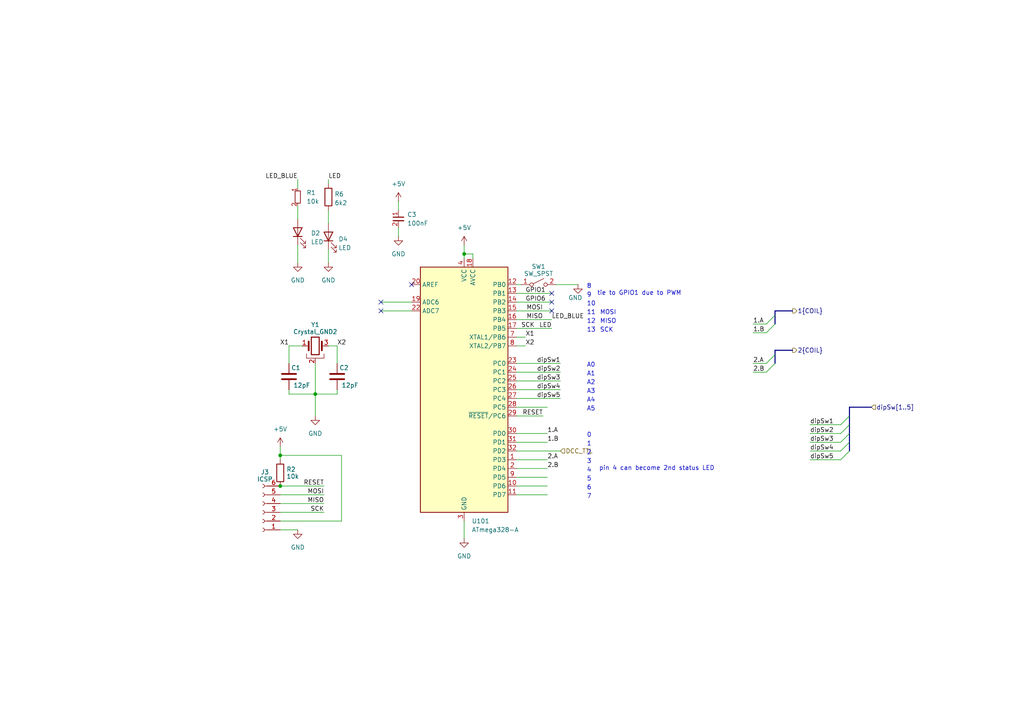
<source format=kicad_sch>
(kicad_sch (version 20231120) (generator "eeschema") (generator_version "8.0")
  (paper "A4")
  (lib_symbols
    (symbol "Connector:Conn_01x06_Socket" (pin_names (offset 1.016) hide)
      (property "Reference" "J" (at 0 7.62 0))
      (property "Value" "Conn_01x06_Socket" (at 0 -10.16 0))
      (symbol "Conn_01x06_Socket_1_1"
        (arc (start 0 -7.112) (mid -0.5058 -7.62) (end 0 -8.128) (stroke (width 0.1524)))
        (arc (start 0 -4.572) (mid -0.5058 -5.08) (end 0 -5.588) (stroke (width 0.1524)))
        (arc (start 0 -2.032) (mid -0.5058 -2.54) (end 0 -3.048) (stroke (width 0.1524)))
        (polyline (pts (xy -1.27 -7.62) (xy -0.508 -7.62)) (stroke (width 0.1524)))
        (polyline (pts (xy -1.27 -5.08) (xy -0.508 -5.08)) (stroke (width 0.1524)))
        (polyline (pts (xy -1.27 -2.54) (xy -0.508 -2.54)) (stroke (width 0.1524)))
        (polyline (pts (xy -1.27 0) (xy -0.508 0)) (stroke (width 0.1524)))
        (polyline (pts (xy -1.27 2.54) (xy -0.508 2.54)) (stroke (width 0.1524)))
        (polyline (pts (xy -1.27 5.08) (xy -0.508 5.08)) (stroke (width 0.1524)))
        (arc (start 0 0.508) (mid -0.5058 0) (end 0 -0.508) (stroke (width 0.1524)))
        (arc (start 0 3.048) (mid -0.5058 2.54) (end 0 2.032) (stroke (width 0.1524)))
        (arc (start 0 5.588) (mid -0.5058 5.08) (end 0 4.572) (stroke (width 0.1524)))
        (pin passive line (at -5.08 5.08 0) (length 3.81) (name "Pin_1") (number "1"))
        (pin passive line (at -5.08 2.54 0) (length 3.81) (name "Pin_2") (number "2"))
        (pin passive line (at -5.08 0 0) (length 3.81) (name "Pin_3") (number "3"))
        (pin passive line (at -5.08 -2.54 0) (length 3.81) (name "Pin_4") (number "4"))
        (pin passive line (at -5.08 -5.08 0) (length 3.81) (name "Pin_5") (number "5"))
        (pin passive line (at -5.08 -7.62 0) (length 3.81) (name "Pin_6") (number "6"))
      )
    )
    (symbol "Device:C" (pin_numbers hide) (pin_names (offset 0.254))
      (property "Reference" "C" (at 0.635 2.54 0))
      (property "Value" "C" (at 0.635 -2.54 0))
      (symbol "C_0_1"
        (polyline (pts (xy -2.032 -0.762) (xy 2.032 -0.762)) (stroke (width 0.508)))
        (polyline (pts (xy -2.032 0.762) (xy 2.032 0.762)) (stroke (width 0.508)))
      )
      (symbol "C_1_1"
        (pin passive line (at 0 3.81 270) (length 2.794) (name "~") (number "1"))
        (pin passive line (at 0 -3.81 90) (length 2.794) (name "~") (number "2"))
      )
    )
    (symbol "Device:LED" (pin_numbers hide) (pin_names (offset 1.016) hide)
      (property "Reference" "D" (at 0 2.54 0))
      (property "Value" "LED" (at 0 -2.54 0))
      (symbol "LED_0_1"
        (polyline (pts (xy -1.27 -1.27) (xy -1.27 1.27)) (stroke (width 0.254)))
        (polyline (pts (xy -1.27 0) (xy 1.27 0)))
        (polyline (pts (xy 1.27 -1.27) (xy 1.27 1.27) (xy -1.27 0) (xy 1.27 -1.27)) (stroke (width 0.254)))
        (polyline (pts (xy -3.048 -0.762) (xy -4.572 -2.286) (xy -3.81 -2.286) (xy -4.572 -2.286) (xy -4.572 -1.524)))
        (polyline (pts (xy -1.778 -0.762) (xy -3.302 -2.286) (xy -2.54 -2.286) (xy -3.302 -2.286) (xy -3.302 -1.524)))
      )
      (symbol "LED_1_1"
        (pin passive line (at -3.81 0 0) (length 2.54) (name "K") (number "1"))
        (pin passive line (at 3.81 0 180) (length 2.54) (name "A") (number "2"))
      )
    )
    (symbol "Device:R" (pin_numbers hide) (pin_names (offset 0))
      (property "Reference" "R" (at 2.032 0 90))
      (property "Value" "R" (at 0 0 90))
      (symbol "R_0_1"
        (rectangle (start -1.016 -2.54) (end 1.016 2.54) (stroke (width 0.254)))
      )
      (symbol "R_1_1"
        (pin passive line (at 0 3.81 270) (length 1.27) (name "~") (number "1"))
        (pin passive line (at 0 -3.81 90) (length 1.27) (name "~") (number "2"))
      )
    )
    (symbol "MCU_Microchip_ATmega:ATmega328-A"
      (property "Reference" "U" (at -12.7 36.83 0))
      (property "Value" "ATmega328-A" (at 2.54 -36.83 0))
      (symbol "ATmega328-A_0_1"
        (rectangle (start -12.7 -35.56) (end 12.7 35.56) (stroke (width 0.254)) (fill (type background)))
      )
      (symbol "ATmega328-A_1_1"
        (pin bidirectional line (at 15.24 -20.32 180) (length 2.54) (name "PD3") (number "1"))
        (pin bidirectional line (at 15.24 -27.94 180) (length 2.54) (name "PD6") (number "10"))
        (pin bidirectional line (at 15.24 -30.48 180) (length 2.54) (name "PD7") (number "11"))
        (pin bidirectional line (at 15.24 30.48 180) (length 2.54) (name "PB0") (number "12"))
        (pin bidirectional line (at 15.24 27.94 180) (length 2.54) (name "PB1") (number "13"))
        (pin bidirectional line (at 15.24 25.4 180) (length 2.54) (name "PB2") (number "14"))
        (pin bidirectional line (at 15.24 22.86 180) (length 2.54) (name "PB3") (number "15"))
        (pin bidirectional line (at 15.24 20.32 180) (length 2.54) (name "PB4") (number "16"))
        (pin bidirectional line (at 15.24 17.78 180) (length 2.54) (name "PB5") (number "17"))
        (pin power_in line (at 2.54 38.1 270) (length 2.54) (name "AVCC") (number "18"))
        (pin input line (at -15.24 25.4 0) (length 2.54) (name "ADC6") (number "19"))
        (pin bidirectional line (at 15.24 -22.86 180) (length 2.54) (name "PD4") (number "2"))
        (pin passive line (at -15.24 30.48 0) (length 2.54) (name "AREF") (number "20"))
        (pin passive line (at 0 -38.1 90) (length 2.54) hide (name "GND") (number "21"))
        (pin input line (at -15.24 22.86 0) (length 2.54) (name "ADC7") (number "22"))
        (pin bidirectional line (at 15.24 7.62 180) (length 2.54) (name "PC0") (number "23"))
        (pin bidirectional line (at 15.24 5.08 180) (length 2.54) (name "PC1") (number "24"))
        (pin bidirectional line (at 15.24 2.54 180) (length 2.54) (name "PC2") (number "25"))
        (pin bidirectional line (at 15.24 0 180) (length 2.54) (name "PC3") (number "26"))
        (pin bidirectional line (at 15.24 -2.54 180) (length 2.54) (name "PC4") (number "27"))
        (pin bidirectional line (at 15.24 -5.08 180) (length 2.54) (name "PC5") (number "28"))
        (pin bidirectional line (at 15.24 -7.62 180) (length 2.54) (name "~{RESET}/PC6") (number "29"))
        (pin power_in line (at 0 -38.1 90) (length 2.54) (name "GND") (number "3"))
        (pin bidirectional line (at 15.24 -12.7 180) (length 2.54) (name "PD0") (number "30"))
        (pin bidirectional line (at 15.24 -15.24 180) (length 2.54) (name "PD1") (number "31"))
        (pin bidirectional line (at 15.24 -17.78 180) (length 2.54) (name "PD2") (number "32"))
        (pin power_in line (at 0 38.1 270) (length 2.54) (name "VCC") (number "4"))
        (pin passive line (at 0 -38.1 90) (length 2.54) hide (name "GND") (number "5"))
        (pin passive line (at 0 38.1 270) (length 2.54) hide (name "VCC") (number "6"))
        (pin bidirectional line (at 15.24 15.24 180) (length 2.54) (name "XTAL1/PB6") (number "7"))
        (pin bidirectional line (at 15.24 12.7 180) (length 2.54) (name "XTAL2/PB7") (number "8"))
        (pin bidirectional line (at 15.24 -25.4 180) (length 2.54) (name "PD5") (number "9"))
      )
    )
    (symbol "Switch:SW_SPST" (pin_names (offset 0) hide)
      (property "Reference" "SW" (at 0 3.175 0))
      (property "Value" "SW_SPST" (at 0 -2.54 0))
      (symbol "SW_SPST_0_0"
        (circle (center -2.032 0) (radius 0.508))
        (polyline (pts (xy -1.524 0.254) (xy 1.524 1.778)))
        (circle (center 2.032 0) (radius 0.508))
      )
      (symbol "SW_SPST_1_1"
        (pin passive line (at -5.08 0 0) (length 2.54) (name "A") (number "1"))
        (pin passive line (at 5.08 0 180) (length 2.54) (name "B") (number "2"))
      )
    )
    (symbol "capacitor_miscellaneous:C_0402_100nF"
      (property "Reference" "C" (at 1.27 2.54 0))
      (property "Value" "100nF" (at 3.81 -2.54 0))
      (symbol "C_0402_100nF_0_1"
        (polyline (pts (xy -1.524 -0.508) (xy 1.524 -0.508)) (stroke (width 0.3302)))
        (polyline (pts (xy -1.524 0.508) (xy 1.524 0.508)) (stroke (width 0.3048)))
      )
      (symbol "C_0402_100nF_1_1"
        (pin passive line (at 0 2.54 270) (length 2.032) (name "~") (number "1"))
        (pin passive line (at 0 -2.54 90) (length 2.032) (name "~") (number "2"))
      )
    )
    (symbol "custom_kicad_lib_sk:crystal_arduino" (pin_names (offset 1.016) hide)
      (property "Reference" "Y" (at 0 5.715 0))
      (property "Value" "Crystal_GND2" (at 0 3.81 0))
      (symbol "crystal_arduino_0_1"
        (rectangle (start -1.143 2.54) (end 1.143 -2.54) (stroke (width 0.3048)))
        (polyline (pts (xy -2.54 0) (xy -1.905 0)))
        (polyline (pts (xy -1.905 -1.27) (xy -1.905 1.27)) (stroke (width 0.508)))
        (polyline (pts (xy 0 -3.81) (xy 0 -3.556)))
        (polyline (pts (xy 1.905 0) (xy 2.54 0)))
        (polyline (pts (xy 1.905 1.27) (xy 1.905 -1.27)) (stroke (width 0.508)))
        (polyline (pts (xy -2.54 -2.286) (xy -2.54 -3.556) (xy 2.54 -3.556) (xy 2.54 -2.286)))
      )
      (symbol "crystal_arduino_1_1"
        (pin passive line (at -3.81 0 0) (length 1.27) (name "1") (number "1"))
        (pin passive line (at 0 -5.08 90) (length 1.27) (name "GND") (number "2"))
        (pin passive line (at 3.81 0 180) (length 1.27) (name "3") (number "3"))
        (pin passive line (at 0 -5.08 90) (length 1.27) hide (name "GND") (number "4"))
      )
    )
    (symbol "power:+5V" (power) (pin_numbers hide) (pin_names (offset 0) hide)
      (property "Value" "+5V" (at 0 3.556 0))
      (symbol "+5V_0_1"
        (polyline (pts (xy -0.762 1.27) (xy 0 2.54)))
        (polyline (pts (xy 0 0) (xy 0 2.54)))
        (polyline (pts (xy 0 2.54) (xy 0.762 1.27)))
      )
      (symbol "+5V_1_1"
        (pin power_in line (at 0 0 90) (length 0) (name "~") (number "1"))
      )
    )
    (symbol "power:GND" (power) (pin_numbers hide) (pin_names (offset 0) hide)
      (property "Value" "GND" (at 0 -3.81 0))
      (symbol "GND_0_1"
        (polyline (pts (xy 0 0) (xy 0 -1.27) (xy 1.27 -1.27) (xy 0 -2.54) (xy -1.27 -1.27) (xy 0 -1.27)))
      )
      (symbol "GND_1_1"
        (pin power_in line (at 0 0 270) (length 0) (name "~") (number "1"))
      )
    )
    (symbol "resistors_0603:R_10k_0603"
      (property "Reference" "R" (at 1.27 2.54 0))
      (property "Value" "10k" (at 2.54 -2.54 0))
      (symbol "R_10k_0603_0_1"
        (rectangle (start -0.762 1.778) (end 0.762 -1.778) (stroke (width 0.2032)))
      )
      (symbol "R_10k_0603_1_1"
        (pin passive line (at 0 2.54 270) (length 0.762) (name "~") (number "1"))
        (pin passive line (at 0 -2.54 90) (length 0.762) (name "~") (number "2"))
      )
    )
  )
  (junction (at 81.28 140.97))
  (junction (at 134.62 73.66))
  (junction (at 91.44 114.3))
  (junction (at 81.28 132.08))
  (no_connect (at 119.38 82.55))
  (no_connect (at 160.02 85.09))
  (no_connect (at 160.02 87.63))
  (no_connect (at 160.02 90.17))
  (no_connect (at 110.49 87.63))
  (no_connect (at 110.49 90.17))
  (bus_entry (at 246.38 130.81) (size -2.54 2.54))
  (bus_entry (at 222.25 96.52) (size 2.54 -2.54))
  (bus_entry (at 246.38 128.27) (size -2.54 2.54))
  (bus_entry (at 246.38 120.65) (size -2.54 2.54))
  (bus_entry (at 246.38 125.73) (size -2.54 2.54))
  (bus_entry (at 222.25 93.98) (size 2.54 -2.54))
  (bus_entry (at 222.25 105.41) (size 2.54 -2.54))
  (bus_entry (at 246.38 123.19) (size -2.54 2.54))
  (bus_entry (at 222.25 107.95) (size 2.54 -2.54))
  (wire (pts (xy 149.86 100.33) (xy 152.4 100.33)))
  (bus (pts (xy 246.38 123.19) (xy 246.38 120.65)))
  (wire (pts (xy 86.36 59.69) (xy 86.36 63.5)))
  (wire (pts (xy 97.79 100.33) (xy 97.79 105.41)))
  (bus (pts (xy 224.79 90.17) (xy 224.79 91.44)))
  (wire (pts (xy 134.62 73.66) (xy 134.62 74.93)))
  (wire (pts (xy 86.36 71.12) (xy 86.36 76.2)))
  (wire (pts (xy 95.25 52.07) (xy 95.25 53.34)))
  (wire (pts (xy 149.86 138.43) (xy 158.75 138.43)))
  (wire (pts (xy 234.95 130.81) (xy 243.84 130.81)))
  (bus (pts (xy 224.79 102.87) (xy 224.79 105.41)))
  (wire (pts (xy 149.86 105.41) (xy 162.56 105.41)))
  (wire (pts (xy 234.95 128.27) (xy 243.84 128.27)))
  (bus (pts (xy 224.79 102.87) (xy 224.79 101.6)))
  (wire (pts (xy 110.49 90.17) (xy 119.38 90.17)))
  (wire (pts (xy 83.82 100.33) (xy 83.82 105.41)))
  (wire (pts (xy 234.95 133.35) (xy 243.84 133.35)))
  (wire (pts (xy 160.02 87.63) (xy 149.86 87.63)))
  (wire (pts (xy 162.56 113.03) (xy 149.86 113.03)))
  (wire (pts (xy 160.02 92.71) (xy 149.86 92.71)))
  (wire (pts (xy 149.86 85.09) (xy 160.02 85.09)))
  (wire (pts (xy 137.16 74.93) (xy 137.16 73.66)))
  (wire (pts (xy 149.86 110.49) (xy 162.56 110.49)))
  (bus (pts (xy 224.79 91.44) (xy 224.79 93.98)))
  (wire (pts (xy 149.86 120.65) (xy 157.48 120.65)))
  (wire (pts (xy 91.44 105.41) (xy 91.44 114.3)))
  (wire (pts (xy 86.36 52.07) (xy 86.36 54.61)))
  (wire (pts (xy 162.56 115.57) (xy 149.86 115.57)))
  (wire (pts (xy 99.06 132.08) (xy 99.06 151.13)))
  (wire (pts (xy 218.44 107.95) (xy 222.25 107.95)))
  (wire (pts (xy 149.86 97.79) (xy 152.4 97.79)))
  (wire (pts (xy 149.86 140.97) (xy 158.75 140.97)))
  (wire (pts (xy 137.16 73.66) (xy 134.62 73.66)))
  (wire (pts (xy 149.86 133.35) (xy 158.75 133.35)))
  (wire (pts (xy 218.44 93.98) (xy 222.25 93.98)))
  (bus (pts (xy 252.73 118.11) (xy 246.38 118.11)))
  (wire (pts (xy 218.44 105.41) (xy 222.25 105.41)))
  (wire (pts (xy 91.44 114.3) (xy 91.44 120.65)))
  (wire (pts (xy 81.28 148.59) (xy 93.98 148.59)))
  (wire (pts (xy 134.62 151.13) (xy 134.62 156.21)))
  (bus (pts (xy 224.79 90.17) (xy 229.87 90.17)))
  (wire (pts (xy 81.28 153.67) (xy 86.36 153.67)))
  (wire (pts (xy 234.95 123.19) (xy 243.84 123.19)))
  (wire (pts (xy 115.57 66.04) (xy 115.57 68.58)))
  (wire (pts (xy 83.82 113.03) (xy 83.82 114.3)))
  (bus (pts (xy 246.38 125.73) (xy 246.38 123.19)))
  (wire (pts (xy 97.79 113.03) (xy 97.79 114.3)))
  (wire (pts (xy 83.82 100.33) (xy 87.63 100.33)))
  (wire (pts (xy 149.86 107.95) (xy 162.56 107.95)))
  (wire (pts (xy 81.28 129.54) (xy 81.28 132.08)))
  (wire (pts (xy 81.28 140.97) (xy 93.98 140.97)))
  (wire (pts (xy 91.44 114.3) (xy 83.82 114.3)))
  (wire (pts (xy 160.02 90.17) (xy 149.86 90.17)))
  (wire (pts (xy 149.86 128.27) (xy 158.75 128.27)))
  (wire (pts (xy 110.49 87.63) (xy 119.38 87.63)))
  (bus (pts (xy 246.38 120.65) (xy 246.38 118.11)))
  (wire (pts (xy 81.28 132.08) (xy 99.06 132.08)))
  (wire (pts (xy 234.95 125.73) (xy 243.84 125.73)))
  (bus (pts (xy 246.38 128.27) (xy 246.38 125.73)))
  (wire (pts (xy 95.25 100.33) (xy 97.79 100.33)))
  (wire (pts (xy 95.25 72.39) (xy 95.25 76.2)))
  (bus (pts (xy 246.38 130.81) (xy 246.38 128.27)))
  (wire (pts (xy 149.86 135.89) (xy 158.75 135.89)))
  (wire (pts (xy 149.86 125.73) (xy 158.75 125.73)))
  (wire (pts (xy 160.02 95.25) (xy 149.86 95.25)))
  (wire (pts (xy 134.62 71.12) (xy 134.62 73.66)))
  (wire (pts (xy 218.44 96.52) (xy 222.25 96.52)))
  (wire (pts (xy 162.56 130.81) (xy 149.86 130.81)))
  (wire (pts (xy 81.28 151.13) (xy 99.06 151.13)))
  (bus (pts (xy 224.79 101.6) (xy 229.87 101.6)))
  (wire (pts (xy 81.28 143.51) (xy 93.98 143.51)))
  (wire (pts (xy 161.29 82.55) (xy 167.64 82.55)))
  (wire (pts (xy 149.86 143.51) (xy 158.75 143.51)))
  (wire (pts (xy 97.79 114.3) (xy 91.44 114.3)))
  (wire (pts (xy 115.57 58.42) (xy 115.57 60.96)))
  (wire (pts (xy 81.28 146.05) (xy 93.98 146.05)))
  (wire (pts (xy 149.86 82.55) (xy 151.13 82.55)))
  (wire (pts (xy 95.25 60.96) (xy 95.25 64.77)))
  (wire (pts (xy 81.28 132.08) (xy 81.28 133.35)))
  (wire (pts (xy 149.86 118.11) (xy 158.75 118.11)))
  (text "11" (at 170.18 91.44 0) (effects (font (size 1.27 1.27)) (justify left bottom)))
  (text "A3" (at 170.18 114.3 0) (effects (font (size 1.27 1.27)) (justify left bottom)))
  (text "3" (at 170.18 134.62 0) (effects (font (size 1.27 1.27)) (justify left bottom)))
  (text "13" (at 170.18 96.52 0) (effects (font (size 1.27 1.27)) (justify left bottom)))
  (text "MOSI" (at 173.99 91.44 0) (effects (font (size 1.27 1.27)) (justify left bottom)))
  (text "SCK" (at 173.99 96.52 0) (effects (font (size 1.27 1.27)) (justify left bottom)))
  (text "5" (at 170.18 139.7 0) (effects (font (size 1.27 1.27)) (justify left bottom)))
  (text "A4" (at 170.18 116.84 0) (effects (font (size 1.27 1.27)) (justify left bottom)))
  (text "A0" (at 170.18 106.68 0) (effects (font (size 1.27 1.27)) (justify left bottom)))
  (text "1" (at 170.18 129.54 0) (effects (font (size 1.27 1.27)) (justify left bottom)))
  (text "A1" (at 170.18 109.22 0) (effects (font (size 1.27 1.27)) (justify left bottom)))
  (text "12" (at 170.18 93.98 0) (effects (font (size 1.27 1.27)) (justify left bottom)))
  (text "10" (at 170.18 88.9 0) (effects (font (size 1.27 1.27)) (justify left bottom)))
  (text "pin 4 can become 2nd status LED" (at 190.5 135.89 0) (effects (font (size 1.27 1.27))))
  (text "2" (at 170.18 132.08 0) (effects (font (size 1.27 1.27)) (justify left bottom)))
  (text "0" (at 170.18 127 0) (effects (font (size 1.27 1.27)) (justify left bottom)))
  (text "MISO" (at 173.99 93.98 0) (effects (font (size 1.27 1.27)) (justify left bottom)))
  (text "9" (at 170.18 86.36 0) (effects (font (size 1.27 1.27)) (justify left bottom)))
  (text "A5" (at 170.18 119.38 0) (effects (font (size 1.27 1.27)) (justify left bottom)))
  (text "4" (at 170.18 137.16 0) (effects (font (size 1.27 1.27)) (justify left bottom)))
  (text "8" (at 170.18 83.82 0) (effects (font (size 1.27 1.27)) (justify left bottom)))
  (text "7" (at 170.18 144.78 0) (effects (font (size 1.27 1.27)) (justify left bottom)))
  (text "A2" (at 170.18 111.76 0) (effects (font (size 1.27 1.27)) (justify left bottom)))
  (text "6" (at 170.18 142.24 0) (effects (font (size 1.27 1.27)) (justify left bottom)))
  (text "tie to GPIO1 due to PWM" (at 185.42 85.09 0) (effects (font (size 1.27 1.27))))
  (label "GPIO1" (at 152.4 85.09 0))
  (label "MISO" (at 93.98 146.05 180))
  (label "RESET" (at 157.48 120.65 180))
  (label "SCK" (at 151.13 95.25 0))
  (label "dipSw4" (at 234.95 130.81 0))
  (label "2.B" (at 218.44 107.95 0))
  (label "X1" (at 152.4 97.79 0))
  (label "dipSw4" (at 162.56 113.03 180))
  (label "RESET" (at 93.98 140.97 180))
  (label "X1" (at 83.82 100.33 180))
  (label "LED_BLUE" (at 86.36 52.07 180))
  (label "dipSw1" (at 234.95 123.19 0))
  (label "dipSw5" (at 162.56 115.57 180))
  (label "LED" (at 95.25 52.07 0))
  (label "2.B" (at 158.75 135.89 0))
  (label "dipSw1" (at 162.56 105.41 180))
  (label "X2" (at 152.4 100.33 0))
  (label "MOSI" (at 93.98 143.51 180))
  (label "MOSI" (at 157.48 90.17 180))
  (label "dipSw5" (at 234.95 133.35 0))
  (label "dipSw3" (at 162.56 110.49 180))
  (label "LED" (at 160.02 95.25 180))
  (label "GPIO6" (at 152.4 87.63 0))
  (label "1.B" (at 218.44 96.52 0))
  (label "X2" (at 97.79 100.33 0))
  (label "dipSw2" (at 162.56 107.95 180))
  (label "LED_BLUE" (at 160.02 92.71 0))
  (label "dipSw2" (at 234.95 125.73 0))
  (label "2.A" (at 218.44 105.41 0))
  (label "2.A" (at 158.75 133.35 0))
  (label "MISO" (at 157.48 92.71 180))
  (label "1.B" (at 158.75 128.27 0))
  (label "1.A" (at 218.44 93.98 0))
  (label "SCK" (at 93.98 148.59 180))
  (label "dipSw3" (at 234.95 128.27 0))
  (label "1.A" (at 158.75 125.73 0))
  (hierarchical_label "2{COIL}" (shape output) (at 229.87 101.6 0))
  (hierarchical_label "1{COIL}" (shape output) (at 229.87 90.17 0))
  (hierarchical_label "dipSw[1..5]" (shape input) (at 252.73 118.11 0))
  (hierarchical_label "DCC_TTL" (shape input) (at 162.56 130.81 0))
  (symbol (lib_id "resistors_0603:R_10k_0603") (at 86.36 57.15 0) (unit 1)
    (property "Reference" "R1" (at 88.9 55.8799 0) (effects (justify left)))
    (property "Value" "10k" (at 88.9 58.4199 0) (effects (justify left)))
    (property "Footprint" "custom_kicad_lib_sk:R_0603_smalltext" (effects (hide yes)))
    (property "JLCPCB Part#" "C25804" (effects (hide yes)))
  )
  (symbol (lib_id "Device:LED") (at 86.36 67.31 90) (unit 1)
    (property "Reference" "D2" (at 90.17 67.6274 90) (effects (justify right)))
    (property "Value" "LED" (at 90.17 70.1674 90) (effects (justify right)))
    (property "Footprint" "LED_SMD:LED_0805_2012Metric_Pad1.15x1.40mm_HandSolder" (effects (hide yes)))
    (property "JLCPCB Part#" "C84256" (effects (hide yes)))
  )
  (symbol (lib_id "Device:C") (at 83.82 109.22 180) (unit 1)
    (property "Reference" "C1" (at 84.455 106.68 0) (effects (justify right)))
    (property "Value" "12pF" (at 85.09 111.76 0) (effects (justify right)))
    (property "Footprint" "Capacitor_SMD:C_0402_1005Metric_Pad0.74x0.62mm_HandSolder" (effects (hide yes)))
    (property "JLCPCB Part#" "C1547" (effects (hide yes)))
  )
  (symbol (lib_id "power:+5V") (at 134.62 71.12 0) (unit 1)
    (property "Reference" "#PWR012" (effects (hide yes)))
    (property "Value" "+5V" (at 134.62 66.04 0))
    (property "Description" "Power symbol creates a global label with name \"+5V\"" (effects (hide yes)))
  )
  (symbol (lib_id "power:GND") (at 86.36 153.67 0) (unit 1)
    (property "Reference" "#PWR07" (effects (hide yes)))
    (property "Value" "GND" (at 86.36 158.75 0))
    (property "Description" "Power symbol creates a global label with name \"GND\" , ground" (effects (hide yes)))
  )
  (symbol (lib_id "power:GND") (at 95.25 76.2 0) (unit 1)
    (property "Reference" "#PWR09" (effects (hide yes)))
    (property "Value" "GND" (at 95.25 81.28 0))
    (property "Description" "Power symbol creates a global label with name \"GND\" , ground" (effects (hide yes)))
  )
  (symbol (lib_id "Device:R") (at 95.25 57.15 0) (unit 1)
    (property "Reference" "R6" (at 97.028 56.3153 0) (effects (justify left)))
    (property "Value" "6k2" (at 97.028 58.8522 0) (effects (justify left)))
    (property "Footprint" "Resistor_SMD:R_0603_1608Metric_Pad0.98x0.95mm_HandSolder" (effects (hide yes)))
    (property "JLCPCB Part#" "C4260" (effects (hide yes)))
  )
  (symbol (lib_id "MCU_Microchip_ATmega:ATmega328-A") (at 134.62 113.03 0) (unit 1)
    (property "Reference" "U101" (at 136.8141 151.13 0) (effects (justify left)))
    (property "Value" "ATmega328-A" (at 136.8141 153.67 0) (effects (justify left)))
    (property "Footprint" "Package_QFP:TQFP-32_7x7mm_P0.8mm" (effects (hide yes)))
    (property "Datasheet" "http://ww1.microchip.com/downloads/en/DeviceDoc/ATmega328_P%20AVR%20MCU%20with%20picoPower%20Technology%20Data%20Sheet%2040001984A.pdf" (effects (hide yes)))
    (property "JLCPCB Part#" "C14877" (effects (hide yes)))
  )
  (symbol (lib_id "power:+5V") (at 115.57 58.42 0) (unit 1)
    (property "Reference" "#PWR010" (effects (hide yes)))
    (property "Value" "+5V" (at 115.57 53.34 0))
    (property "Description" "Power symbol creates a global label with name \"+5V\"" (effects (hide yes)))
  )
  (symbol (lib_id "power:GND") (at 86.36 76.2 0) (unit 1)
    (property "Reference" "#PWR06" (effects (hide yes)))
    (property "Value" "GND" (at 86.36 81.28 0))
    (property "Description" "Power symbol creates a global label with name \"GND\" , ground" (effects (hide yes)))
  )
  (symbol (lib_id "power:GND") (at 115.57 68.58 0) (unit 1)
    (property "Reference" "#PWR011" (effects (hide yes)))
    (property "Value" "GND" (at 115.57 73.66 0))
    (property "Description" "Power symbol creates a global label with name \"GND\" , ground" (effects (hide yes)))
  )
  (symbol (lib_id "Device:LED") (at 95.25 68.58 90) (unit 1)
    (property "Reference" "D4" (at 98.171 69.3328 90) (effects (justify right)))
    (property "Value" "LED" (at 98.171 71.8697 90) (effects (justify right)))
    (property "Footprint" "LED_SMD:LED_0805_2012Metric_Pad1.15x1.40mm_HandSolder" (effects (hide yes)))
    (property "JLCPCB Part#" "C84256" (effects (hide yes)))
  )
  (symbol (lib_id "power:GND") (at 134.62 156.21 0) (unit 1)
    (property "Reference" "#PWR013" (effects (hide yes)))
    (property "Value" "GND" (at 134.62 161.29 0))
    (property "Description" "Power symbol creates a global label with name \"GND\" , ground" (effects (hide yes)))
  )
  (symbol (lib_id "power:GND") (at 91.44 120.65 0) (unit 1)
    (property "Reference" "#PWR08" (effects (hide yes)))
    (property "Value" "GND" (at 91.44 125.73 0))
    (property "Description" "Power symbol creates a global label with name \"GND\" , ground" (effects (hide yes)))
  )
  (symbol (lib_id "Device:C") (at 97.79 109.22 180) (unit 1)
    (property "Reference" "C2" (at 98.425 106.68 0) (effects (justify right)))
    (property "Value" "12pF" (at 99.06 111.76 0) (effects (justify right)))
    (property "Footprint" "Capacitor_SMD:C_0402_1005Metric_Pad0.74x0.62mm_HandSolder" (effects (hide yes)))
    (property "JLCPCB Part#" "C1547" (effects (hide yes)))
  )
  (symbol (lib_id "power:+5V") (at 81.28 129.54 0) (unit 1)
    (property "Reference" "#PWR05" (effects (hide yes)))
    (property "Value" "+5V" (at 81.28 124.46 0))
    (property "Description" "Power symbol creates a global label with name \"+5V\"" (effects (hide yes)))
  )
  (symbol (lib_id "custom_kicad_lib_sk:crystal_arduino") (at 91.44 100.33 0) (unit 1)
    (property "Reference" "Y1" (at 91.44 94.1846 0))
    (property "Value" "Crystal_GND2" (at 91.44 96.2326 0))
    (property "Footprint" "custom_kicad_lib_sk:crystal_arduino" (effects (hide yes)))
    (property "JLCPCB Part#" "C13738" (effects (hide yes)))
  )
  (symbol (lib_id "Device:R") (at 81.28 137.16 0) (unit 1)
    (property "Reference" "R2" (at 83.058 136.136 0) (effects (justify left)))
    (property "Value" "10k" (at 83.058 138.184 0) (effects (justify left)))
    (property "Footprint" "Resistor_SMD:R_0402_1005Metric_Pad0.72x0.64mm_HandSolder" (effects (hide yes)))
    (property "JLCPCB Part#" "C25744" (effects (hide yes)))
  )
  (symbol (lib_id "power:GND") (at 167.64 82.55 0) (unit 1)
    (property "Reference" "#PWR014" (effects (hide yes)))
    (property "Value" "GND" (at 168.91 86.36 0) (effects (justify right)))
    (property "Description" "Power symbol creates a global label with name \"GND\" , ground" (effects (hide yes)))
  )
  (symbol (lib_id "Connector:Conn_01x06_Socket") (at 76.2 148.59 180) (unit 1)
    (property "Reference" "J3" (at 76.835 136.9328 0))
    (property "Value" "ICSP" (at 76.835 138.9808 0))
    (property "Footprint" "Connector_PinHeader_2.54mm:PinHeader_1x06_P2.54mm_Vertical" (effects (hide yes)))
  )
  (symbol (lib_id "capacitor_miscellaneous:C_0402_100nF") (at 115.57 63.5 0) (unit 1)
    (property "Reference" "C3" (at 118.11 62.2362 0) (effects (justify left)))
    (property "Value" "100nF" (at 118.11 64.7762 0) (effects (justify left)))
    (property "Footprint" "Capacitor_SMD:C_0402_1005Metric" (effects (hide yes)))
    (property "JLCPCB Part#" "C307331" (effects (hide yes)))
  )
  (symbol (lib_id "Switch:SW_SPST") (at 156.21 82.55 0) (unit 1)
    (property "Reference" "SW1" (at 156.21 77.319 0))
    (property "Value" "SW_SPST" (at 156.21 79.367 0))
    (property "Footprint" "custom_kicad_lib_sk:tactile_SMD_6mm" (effects (hide yes)))
    (property "JLCPCB Part#" "C381050" (effects (hide yes)))
  )
)
</source>
